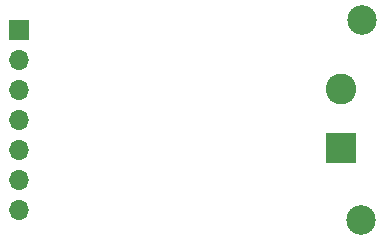
<source format=gbr>
%TF.GenerationSoftware,KiCad,Pcbnew,7.0.2*%
%TF.CreationDate,2023-10-27T14:15:15+02:00*%
%TF.ProjectId,testboard AL5801,74657374-626f-4617-9264-20414c353830,rev?*%
%TF.SameCoordinates,Original*%
%TF.FileFunction,Soldermask,Bot*%
%TF.FilePolarity,Negative*%
%FSLAX46Y46*%
G04 Gerber Fmt 4.6, Leading zero omitted, Abs format (unit mm)*
G04 Created by KiCad (PCBNEW 7.0.2) date 2023-10-27 14:15:15*
%MOMM*%
%LPD*%
G01*
G04 APERTURE LIST*
%ADD10C,2.500000*%
%ADD11R,2.600000X2.600000*%
%ADD12C,2.600000*%
%ADD13R,1.700000X1.700000*%
%ADD14O,1.700000X1.700000*%
G04 APERTURE END LIST*
D10*
%TO.C,H2*%
X157480000Y-78181200D03*
%TD*%
D11*
%TO.C,J3*%
X155778200Y-72110600D03*
D12*
X155778200Y-67110600D03*
%TD*%
D10*
%TO.C,H1*%
X157580000Y-61281200D03*
%TD*%
D13*
%TO.C,J1*%
X128575000Y-62145000D03*
D14*
X128575000Y-64685000D03*
X128575000Y-67225000D03*
X128575000Y-69765000D03*
X128575000Y-72305000D03*
X128575000Y-74845000D03*
X128575000Y-77385000D03*
%TD*%
M02*

</source>
